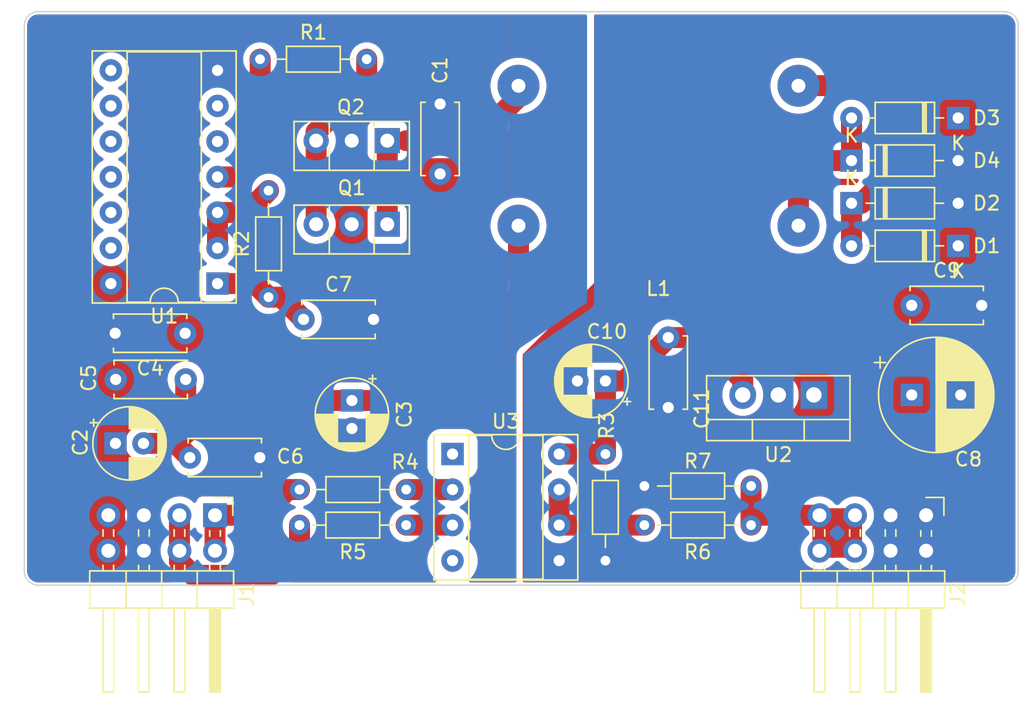
<source format=kicad_pcb>
(kicad_pcb (version 20221018) (generator pcbnew)
  (layers (0 "F.Cu" signal) (31 "B.Cu" signal) (34 "B.Paste" user) (35 "F.Paste" user) (36 "B.SilkS" user "B.Silkscreen") (37 "F.SilkS" user "F.Silkscreen") (38 "B.Mask" user) (39 "F.Mask" user) (44 "Edge.Cuts" user))
  (net 0 "")
  (net 1 "GND")
  (net 2 "15V_F")
  (net 3 "Net-(C2-Pad2)")
  (net 4 "/Ret+")
  (net 5 "/Ret-")
  (net 6 "/15V")
  (net 7 "Net-(D1-A)")
  (net 8 "Net-(D3-A)")
  (net 9 "G+")
  (net 10 "G-")
  (net 11 "Switch_Gate")
  (net 12 "Net-(C7-Pad1)")
  (net 13 "Net-(U3-A)")
  (net 14 "Net-(U3-C)")
  (net 15 "Net-(Q1-E)")
  (net 18 "Net-(Q1-B)")
  (net 19 "Oscilador")
  (net 20 "Net-(R2-Pad2)")
  (net 21 "Net-(R6-Pad2)")
  (footprint "Capacitor_THT:C_Disc_D5.0mm_W2.5mm_P5.00mm" (layer "F.Cu") (at 33.822 55.88)
    (fp_text reference "C6" (at 7.178 -0.08) (layer "F.SilkS"))
    (fp_text value "100n")
    (pad "1" thru_hole circle (at 0 0) (size 1.6 1.6) (drill 0.8) (layers "*.Cu" "*.Mask") (net 3 "Net-(C2-Pad2)"))
    (pad "2" thru_hole circle (at 5 0) (size 1.6 1.6) (drill 0.8) (layers "*.Cu" "*.Mask") (net 1 "GND"))
  )
  (footprint "Resistor_THT:R_Axial_DIN0204_L3.6mm_D1.6mm_P7.62mm_Horizontal" (layer "F.Cu") (at 63.51 63.246 90)
    (fp_text reference "R3" (at 9.646 0.09 90) (layer "F.SilkS"))
    (fp_text value "1k")
    (pad "1" thru_hole circle (at 0 0 90) (size 1.4 1.4) (drill 0.7) (layers "*.Cu" "*.Mask") (net 5 "/Ret-"))
    (pad "2" thru_hole oval (at 7.62 0 90) (size 1.4 1.4) (drill 0.7) (layers "*.Cu" "*.Mask") (net 6 "/15V"))
  )
  (footprint "Connector_PinHeader_2.54mm:PinHeader_2x04_P2.54mm_Horizontal" (layer "F.Cu") (at 35.62 60 -90)
    (fp_text reference "J1" (at 5.655 -2.27 90) (layer "F.SilkS"))
    (fp_text value "Conn_02x04_Odd_Even")
    (pad "1" thru_hole rect locked (at 0 0 270) (size 1.7 1.7) (drill 1) (layers "*.Cu" "*.Mask") (net 9 "G+"))
    (pad "2" thru_hole oval locked (at 2.54 0 270) (size 1.7 1.7) (drill 1) (layers "*.Cu" "*.Mask") (net 9 "G+"))
    (pad "3" thru_hole oval locked (at 0 2.54 270) (size 1.7 1.7) (drill 1) (layers "*.Cu" "*.Mask") (net 10 "G-"))
    (pad "4" thru_hole oval locked (at 2.54 2.54 270) (size 1.7 1.7) (drill 1) (layers "*.Cu" "*.Mask") (net 10 "G-"))
    (pad "5" thru_hole oval locked (at 0 5.08 270) (size 1.7 1.7) (drill 1) (layers "*.Cu" "*.Mask") (net 1 "GND"))
    (pad "6" thru_hole oval locked (at 2.54 5.08 270) (size 1.7 1.7) (drill 1) (layers "*.Cu" "*.Mask") (net 1 "GND"))
    (pad "7" thru_hole oval locked (at 0 7.62 270) (size 1.7 1.7) (drill 1) (layers "*.Cu" "*.Mask") (net 2 "15V_F"))
    (pad "8" thru_hole oval locked (at 2.54 7.62 270) (size 1.7 1.7) (drill 1) (layers "*.Cu" "*.Mask") (net 2 "15V_F"))
  )
  (footprint "Capacitor_THT:CP_Radial_D8.0mm_P3.50mm" (layer "F.Cu") (at 85.39 51.4)
    (fp_text reference "C8" (at 4.052651 4.6) (layer "F.SilkS"))
    (fp_text value "100u")
    (pad "1" thru_hole rect (at 0 0) (size 1.6 1.6) (drill 0.8) (layers "*.Cu" "*.Mask") (net 4 "/Ret+"))
    (pad "2" thru_hole circle (at 3.5 0) (size 1.6 1.6) (drill 0.8) (layers "*.Cu" "*.Mask") (net 5 "/Ret-"))
  )
  (footprint "Capacitor_THT:C_Disc_D5.0mm_W2.5mm_P5.00mm" (layer "F.Cu") (at 68 47.3 -90)
    (fp_text reference "C11" (at 5.094 -2.392 90) (layer "F.SilkS"))
    (fp_text value "100n")
    (pad "1" thru_hole circle (at 0 0 270) (size 1.6 1.6) (drill 0.8) (layers "*.Cu" "*.Mask") (net 6 "/15V"))
    (pad "2" thru_hole circle (at 5 0 270) (size 1.6 1.6) (drill 0.8) (layers "*.Cu" "*.Mask") (net 5 "/Ret-"))
  )
  (footprint "Resistor_THT:R_Axial_DIN0204_L3.6mm_D1.6mm_P7.62mm_Horizontal" (layer "F.Cu") (at 49.276 58.166 180)
    (fp_text reference "R4" (at 0.076 1.966) (layer "F.SilkS"))
    (fp_text value "100")
    (pad "1" thru_hole circle (at 0 0 180) (size 1.4 1.4) (drill 0.7) (layers "*.Cu" "*.Mask") (net 13 "Net-(U3-A)"))
    (pad "2" thru_hole oval (at 7.62 0 180) (size 1.4 1.4) (drill 0.7) (layers "*.Cu" "*.Mask") (net 9 "G+"))
  )
  (footprint "Capacitor_THT:C_Disc_D5.0mm_W2.5mm_P5.00mm" (layer "F.Cu") (at 85.39 45)
    (fp_text reference "C9" (at 2.5 -2.5) (layer "F.SilkS"))
    (fp_text value "100n")
    (pad "1" thru_hole circle (at 0 0) (size 1.6 1.6) (drill 0.8) (layers "*.Cu" "*.Mask") (net 4 "/Ret+"))
    (pad "2" thru_hole circle (at 5 0) (size 1.6 1.6) (drill 0.8) (layers "*.Cu" "*.Mask") (net 5 "/Ret-"))
  )
  (footprint "Capacitor_THT:C_Disc_D5.0mm_W2.5mm_P5.00mm" (layer "F.Cu") (at 51.7 35.6 90)
    (fp_text reference "C1" (at 7.4 0 90) (layer "F.SilkS"))
    (fp_text value "100n")
    (pad "1" thru_hole circle (at 0 0 90) (size 1.6 1.6) (drill 0.8) (layers "*.Cu" "*.Mask") (net 2 "15V_F"))
    (pad "2" thru_hole circle (at 5 0 90) (size 1.6 1.6) (drill 0.8) (layers "*.Cu" "*.Mask") (net 1 "GND"))
  )
  (footprint "Diode_THT:D_DO-35_SOD27_P7.62mm_Horizontal" (layer "F.Cu") (at 88.71 31.6 180)
    (fp_text reference "D3" (at -2.032 0) (layer "F.SilkS"))
    (fp_text value "1N4148")
    (fp_text user "K" (at 0 -1.8) (layer "F.SilkS"))
    (pad "1" thru_hole rect (at 0 0 180) (size 1.6 1.6) (drill 0.8) (layers "*.Cu" "*.Mask") (net 4 "/Ret+"))
    (pad "2" thru_hole oval (at 7.62 0 180) (size 1.6 1.6) (drill 0.8) (layers "*.Cu" "*.Mask") (net 8 "Net-(D3-A)"))
  )
  (footprint "Capacitor_THT:C_Disc_D5.0mm_W2.5mm_P5.00mm" (layer "F.Cu") (at 41.946 46)
    (fp_text reference "C7" (at 2.5 -2.5) (layer "F.SilkS"))
    (fp_text value "100p")
    (pad "1" thru_hole circle (at 0 0) (size 1.6 1.6) (drill 0.8) (layers "*.Cu" "*.Mask") (net 12 "Net-(C7-Pad1)"))
    (pad "2" thru_hole circle (at 5 0) (size 1.6 1.6) (drill 0.8) (layers "*.Cu" "*.Mask") (net 1 "GND"))
  )
  (footprint "Package_TO_SOT_THT:TO-126-3_Vertical" (layer "F.Cu") (at 47.926 33.225 180)
    (fp_text reference "Q2" (at 2.6 2.4) (layer "F.SilkS"))
    (fp_text value "BD136")
    (pad "1" thru_hole rect (at 0 0 180) (size 1.8 1.8) (drill 1) (layers "*.Cu" "*.Mask") (net 15 "Net-(Q1-E)"))
    (pad "2" thru_hole oval (at 2.54 0 180) (size 1.8 1.8) (drill 1) (layers "*.Cu" "*.Mask") (net 1 "GND"))
    (pad "3" thru_hole oval (at 5.08 0 180) (size 1.8 1.8) (drill 1) (layers "*.Cu" "*.Mask") (net 18 "Net-(Q1-B)"))
  )
  (footprint "Package_TO_SOT_THT:TO-220-3_Vertical" (layer "F.Cu") (at 78.4 51.4 180)
    (fp_text reference "U2" (at 2.54 -4.27) (layer "F.SilkS"))
    (fp_text value "LM7815_TO220")
    (pad "1" thru_hole rect (at 0 0 180) (size 1.905 2) (drill 1.1) (layers "*.Cu" "*.Mask") (net 4 "/Ret+"))
    (pad "2" thru_hole oval (at 2.54 0 180) (size 1.905 2) (drill 1.1) (layers "*.Cu" "*.Mask") (net 5 "/Ret-"))
    (pad "3" thru_hole oval (at 5.08 0 180) (size 1.905 2) (drill 1.1) (layers "*.Cu" "*.Mask") (net 6 "/15V"))
  )
  (footprint "Package_DIP:DIP-8_W7.62mm_Socket" (layer "F.Cu") (at 52.588 55.626)
    (fp_text reference "U3" (at 3.81 -2.33) (layer "F.SilkS"))
    (fp_text value "HCPL-3120")
    (pad "1" thru_hole rect locked (at 0 0) (size 1.6 1.6) (drill 0.8) (layers "*.Cu" "*.Mask") (clearance 1))
    (pad "2" thru_hole oval locked (at 0 2.54) (size 1.6 1.6) (drill 0.8) (layers "*.Cu" "*.Mask") (net 13 "Net-(U3-A)"))
    (pad "3" thru_hole oval locked (at 0 5.08) (size 1.6 1.6) (drill 0.8) (layers "*.Cu" "*.Mask") (net 14 "Net-(U3-C)"))
    (pad "4" thru_hole oval locked (at 0 7.62) (size 1.6 1.6) (drill 0.8) (layers "*.Cu" "*.Mask") (clearance 1))
    (pad "5" thru_hole oval locked (at 7.62 7.62) (size 1.6 1.6) (drill 0.8) (layers "*.Cu" "*.Mask") (net 5 "/Ret-"))
    (pad "6" thru_hole oval locked (at 7.62 5.08) (size 1.6 1.6) (drill 0.8) (layers "*.Cu" "*.Mask") (net 21 "Net-(R6-Pad2)"))
    (pad "7" thru_hole oval locked (at 7.62 2.54) (size 1.6 1.6) (drill 0.8) (layers "*.Cu" "*.Mask") (net 21 "Net-(R6-Pad2)"))
    (pad "8" thru_hole oval locked (at 7.62 0) (size 1.6 1.6) (drill 0.8) (layers "*.Cu" "*.Mask") (net 6 "/15V"))
  )
  (footprint "Connector_PinHeader_2.54mm:PinHeader_2x04_P2.54mm_Horizontal" (layer "F.Cu") (at 86.42 60 -90)
    (fp_text reference "J2" (at 5.655 -2.27 90) (layer "F.SilkS"))
    (fp_text value "Conn_02x04_Odd_Even")
    (pad "1" thru_hole rect locked (at 0 0 270) (size 1.7 1.7) (drill 1) (layers "*.Cu" "*.Mask") (net 5 "/Ret-"))
    (pad "2" thru_hole oval locked (at 2.54 0 270) (size 1.7 1.7) (drill 1) (layers "*.Cu" "*.Mask") (net 5 "/Ret-"))
    (pad "3" thru_hole oval locked (at 0 2.54 270) (size 1.7 1.7) (drill 1) (layers "*.Cu" "*.Mask") (net 5 "/Ret-"))
    (pad "4" thru_hole oval locked (at 2.54 2.54 270) (size 1.7 1.7) (drill 1) (layers "*.Cu" "*.Mask") (net 5 "/Ret-"))
    (pad "5" thru_hole oval locked (at 0 5.08 270) (size 1.7 1.7) (drill 1) (layers "*.Cu" "*.Mask") (net 11 "Switch_Gate"))
    (pad "6" thru_hole oval locked (at 2.54 5.08 270) (size 1.7 1.7) (drill 1) (layers "*.Cu" "*.Mask") (net 11 "Switch_Gate"))
    (pad "7" thru_hole oval locked (at 0 7.62 270) (size 1.7 1.7) (drill 1) (layers "*.Cu" "*.Mask") (net 11 "Switch_Gate"))
    (pad "8" thru_hole oval locked (at 2.54 7.62 270) (size 1.7 1.7) (drill 1) (layers "*.Cu" "*.Mask") (net 11 "Switch_Gate"))
  )
  (footprint "Diode_THT:D_DO-35_SOD27_P7.62mm_Horizontal" (layer "F.Cu") (at 88.71 40.744 180)
    (fp_text reference "D1" (at -2.032 0) (layer "F.SilkS"))
    (fp_text value "1N4148")
    (fp_text user "K" (at 0 -1.8) (layer "F.SilkS"))
    (pad "1" thru_hole rect locked (at 0 0 180) (size 1.6 1.6) (drill 0.8) (layers "*.Cu" "*.Mask") (net 4 "/Ret+"))
    (pad "2" thru_hole oval locked (at 7.62 0 180) (size 1.6 1.6) (drill 0.8) (layers "*.Cu" "*.Mask") (net 7 "Net-(D1-A)"))
  )
  (footprint "Capacitor_THT:C_Disc_D5.0mm_W2.5mm_P5.00mm" (layer "F.Cu") (at 33.488 46.99 180)
    (fp_text reference "C4" (at 2.5 -2.5) (layer "F.SilkS"))
    (fp_text value "100n")
    (pad "1" thru_hole circle (at 0 0 180) (size 1.6 1.6) (drill 0.8) (layers "*.Cu" "*.Mask") (net 2 "15V_F"))
    (pad "2" thru_hole circle (at 5 0 180) (size 1.6 1.6) (drill 0.8) (layers "*.Cu" "*.Mask") (net 1 "GND"))
  )
  (footprint "Diode_THT:D_DO-35_SOD27_P7.62mm_Horizontal" (layer "F.Cu") (at 81.09 37.696)
    (fp_text reference "D2" (at 9.652 0) (layer "F.SilkS"))
    (fp_text value "1N4148")
    (fp_text user "K" (at 0 -1.8) (layer "F.SilkS"))
    (pad "1" thru_hole rect (at 0 0) (size 1.6 1.6) (drill 0.8) (layers "*.Cu" "*.Mask") (net 7 "Net-(D1-A)"))
    (pad "2" thru_hole oval (at 7.62 0) (size 1.6 1.6) (drill 0.8) (layers "*.Cu" "*.Mask") (net 5 "/Ret-"))
  )
  (footprint "Resistor_THT:R_Axial_DIN0204_L3.6mm_D1.6mm_P7.62mm_Horizontal" (layer "F.Cu") (at 49.276 60.706 180)
    (fp_text reference "R5" (at 3.81 -1.92) (layer "F.SilkS"))
    (fp_text value "100")
    (pad "1" thru_hole circle (at 0 0 180) (size 1.4 1.4) (drill 0.7) (layers "*.Cu" "*.Mask") (net 14 "Net-(U3-C)"))
    (pad "2" thru_hole oval (at 7.62 0 180) (size 1.4 1.4) (drill 0.7) (layers "*.Cu" "*.Mask") (net 10 "G-"))
  )
  (footprint "Resistor_THT:R_Axial_DIN0204_L3.6mm_D1.6mm_P7.62mm_Horizontal" (layer "F.Cu") (at 73.914 57.912 180)
    (fp_text reference "R7" (at 3.81 1.778) (layer "F.SilkS"))
    (fp_text value "10k")
    (pad "1" thru_hole circle (at 0 0 180) (size 1.4 1.4) (drill 0.7) (layers "*.Cu" "*.Mask") (net 11 "Switch_Gate"))
    (pad "2" thru_hole oval (at 7.62 0 180) (size 1.4 1.4) (drill 0.7) (layers "*.Cu" "*.Mask") (net 5 "/Ret-"))
  )
  (footprint "Package_TO_SOT_THT:TO-126-3_Vertical" (layer "F.Cu") (at 47.926 39.2 180)
    (fp_text reference "Q1" (at 2.54 2.6) (layer "F.SilkS"))
    (fp_text value "BD135")
    (pad "1" thru_hole rect (at 0 0 180) (size 1.8 1.8) (drill 1) (layers "*.Cu" "*.Mask") (net 15 "Net-(Q1-E)"))
    (pad "2" thru_hole oval (at 2.54 0 180) (size 1.8 1.8) (drill 1) (layers "*.Cu" "*.Mask") (net 2 "15V_F"))
    (pad "3" thru_hole oval (at 5.08 0 180) (size 1.8 1.8) (drill 1) (layers "*.Cu" "*.Mask") (net 18 "Net-(Q1-B)"))
  )
  (footprint "Diode_THT:D_DO-35_SOD27_P7.62mm_Horizontal" (layer "F.Cu") (at 81.09 34.648)
    (fp_text reference "D4" (at 9.652 0) (layer "F.SilkS"))
    (fp_text value "1N4148")
    (fp_text user "K" (at 0 -1.8) (layer "F.SilkS"))
    (pad "1" thru_hole rect (at 0 0) (size 1.6 1.6) (drill 0.8) (layers "*.Cu" "*.Mask") (net 8 "Net-(D3-A)"))
    (pad "2" thru_hole oval (at 7.62 0) (size 1.6 1.6) (drill 0.8) (layers "*.Cu" "*.Mask") (net 5 "/Ret-"))
  )
  (footprint "Capacitor_THT:CP_Radial_D5.0mm_P2.00mm" (layer "F.Cu") (at 28.508888 54.864)
    (fp_text reference "C2" (at -2.508888 -0.064 90) (layer "F.SilkS"))
    (fp_text value "10u")
    (pad "1" thru_hole rect (at 0 0) (size 1.6 1.6) (drill 0.8) (layers "*.Cu" "*.Mask") (net 2 "15V_F"))
    (pad "2" thru_hole circle (at 2 0) (size 1.6 1.6) (drill 0.8) (layers "*.Cu" "*.Mask") (net 3 "Net-(C2-Pad2)"))
  )
  (footprint "Capacitor_THT:CP_Radial_D5.0mm_P2.00mm" (layer "F.Cu") (at 45.4 51.8 -90)
    (fp_text reference "C3" (at 1 -3.75 90) (layer "F.SilkS"))
    (fp_text value "10u")
    (pad "1" thru_hole rect (at 0 0 270) (size 1.6 1.6) (drill 0.8) (layers "*.Cu" "*.Mask") (net 3 "Net-(C2-Pad2)"))
    (pad "2" thru_hole circle (at 2 0 270) (size 1.6 1.6) (drill 0.8) (layers "*.Cu" "*.Mask") (net 1 "GND"))
  )
  (footprint "Capacitor_THT:C_Disc_D5.0mm_W2.5mm_P5.00mm" (layer "F.Cu") (at 28.528 50.292)
    (fp_text reference "C5" (at -1.928 -0.092 90) (layer "F.SilkS"))
    (fp_text value "100n")
    (pad "1" thru_hole circle (at 0 0) (size 1.6 1.6) (drill 0.8) (layers "*.Cu" "*.Mask") (net 2 "15V_F"))
    (pad "2" thru_hole circle (at 5 0) (size 1.6 1.6) (drill 0.8) (layers "*.Cu" "*.Mask") (net 3 "Net-(C2-Pad2)"))
  )
  (footprint "Capacitor_THT:CP_Radial_D5.0mm_P2.00mm" (layer "F.Cu") (at 63.51 50.4 180)
    (fp_text reference "C10" (at -0.11 3.53) (layer "F.SilkS"))
    (fp_text value "10u")
    (pad "1" thru_hole rect (at 0 0 180) (size 1.6 1.6) (drill 0.8) (layers "*.Cu" "*.Mask") (net 6 "/15V"))
    (pad "2" thru_hole circle (at 2 0 180) (size 1.6 1.6) (drill 0.8) (layers "*.Cu" "*.Mask") (net 5 "/Ret-"))
  )
  (footprint "Resistor_THT:R_Axial_DIN0204_L3.6mm_D1.6mm_P7.62mm_Horizontal" (layer "F.Cu") (at 38.836 27.4)
    (fp_text reference "R1" (at 3.81 -1.92) (layer "F.SilkS"))
    (fp_text value "1k")
    (pad "1" thru_hole circle (at 0 0) (size 1.4 1.4) (drill 0.7) (layers "*.Cu" "*.Mask") (net 19 "Oscilador"))
    (pad "2" thru_hole oval (at 7.62 0) (size 1.4 1.4) (drill 0.7) (layers "*.Cu" "*.Mask") (net 18 "Net-(Q1-B)"))
  )
  (footprint "Components:Inductor_Coupled" (layer "F.Cu") (at 67.3 44.3)
    (fp_text reference "L1" (at 0 -0.5 unlocked) (layer "F.SilkS"))
    (fp_text value "L_Coupled")
    (pad "1" thru_hole circle (at -10 -15) (size 3 3) (drill 1) (layers "*.Cu" "*.Mask") (net 15 "Net-(Q1-E)"))
    (pad "2" thru_hole circle (at -10 -5) (size 3 3) (drill 1) (layers "*.Cu" "*.Mask") (net 3 "Net-(C2-Pad2)"))
    (pad "3" thru_hole circle (at 10 -15) (size 3 3) (drill 1) (layers "*.Cu" "*.Mask") (net 7 "Net-(D1-A)"))
    (pad "4" thru_hole circle (at 10 -5) (size 3 3) (drill 1) (layers "*.Cu" "*.Mask") (net 8 "Net-(D3-A)"))
  )
  (footprint "Resistor_THT:R_Axial_DIN0204_L3.6mm_D1.6mm_P7.62mm_Horizontal" (layer "F.Cu") (at 73.914 60.706 180)
    (fp_text reference "R6" (at 3.81 -1.92) (layer "F.SilkS"))
    (fp_text value "10")
    (pad "1" thru_hole circle (at 0 0 180) (size 1.4 1.4) (drill 0.7) (layers "*.Cu" "*.Mask") (net 11 "Switch_Gate"))
    (pad "2" thru_hole oval (at 7.62 0 180) (size 1.4 1.4) (drill 0.7) (layers "*.Cu" "*.Mask") (net 21 "Net-(R6-Pad2)"))
  )
  (footprint "Package_DIP:DIP-14_W7.62mm_Socket" (layer "F.Cu") (at 35.8 43.439 180)
    (fp_text reference "U1" (at 3.81 -2.33) (layer "F.SilkS"))
    (fp_text value "74HC14")
    (pad "1" thru_hole rect (at 0 0 180) (size 1.6 1.6) (drill 0.8) (layers "*.Cu" "*.Mask") (net 12 "Net-(C7-Pad1)"))
    (pad "2" thru_hole oval (at 0 2.54 180) (size 1.6 1.6) (drill 0.8) (layers "*.Cu" "*.Mask") (net 20 "Net-(R2-Pad2)"))
    (pad "3" thru_hole oval (at 0 5.08 180) (size 1.6 1.6) (drill 0.8) (layers "*.Cu" "*.Mask") (net 20 "Net-(R2-Pad2)"))
    (pad "4" thru_hole oval (at 0 7.62 180) (size 1.6 1.6) (drill 0.8) (layers "*.Cu" "*.Mask") (net 19 "Oscilador"))
    (pad "5" thru_hole oval (at 0 10.16 180) (size 1.6 1.6) (drill 0.8) (layers "*.Cu" "*.Mask"))
    (pad "6" thru_hole oval (at 0 12.7 180) (size 1.6 1.6) (drill 0.8) (layers "*.Cu" "*.Mask"))
    (pad "7" thru_hole oval (at 0 15.24 180) (size 1.6 1.6) (drill 0.8) (layers "*.Cu" "*.Mask") (net 1 "GND"))
    (pad "8" thru_hole oval (at 7.62 15.24 180) (size 1.6 1.6) (drill 0.8) (layers "*.Cu" "*.Mask"))
    (pad "9" thru_hole oval (at 7.62 12.7 180) (size 1.6 1.6) (drill 0.8) (layers "*.Cu" "*.Mask"))
    (pad "10" thru_hole oval (at 7.62 10.16 180) (size 1.6 1.6) (drill 0.8) (layers "*.Cu" "*.Mask"))
    (pad "11" thru_hole oval (at 7.62 7.62 180) (size 1.6 1.6) (drill 0.8) (layers "*.Cu" "*.Mask"))
    (pad "12" thru_hole oval (at 7.62 5.08 180) (size 1.6 1.6) (drill 0.8) (layers "*.Cu" "*.Mask"))
    (pad "13" thru_hole oval (at 7.62 2.54 180) (size 1.6 1.6) (drill 0.8) (layers "*.Cu" "*.Mask"))
    (pad "14" thru_hole oval (at 7.62 0 180) (size 1.6 1.6) (drill 0.8) (layers "*.Cu" "*.Mask") (net 2 "15V_F"))
  )
  (footprint "Resistor_THT:R_Axial_DIN0204_L3.6mm_D1.6mm_P7.62mm_Horizontal" (layer "F.Cu") (at 39.446 44.41 90)
    (fp_text reference "R2" (at 3.81 -1.92 90) (layer "F.SilkS"))
    (fp_text value "51k")
    (pad "1" thru_hole circle (at 0 0 90) (size 1.4 1.4) (drill 0.7) (layers "*.Cu" "*.Mask") (net 12 "Net-(C7-Pad1)"))
    (pad "2" thru_hole oval (at 7.62 0 90) (size 1.4 1.4) (drill 0.7) (layers "*.Cu" "*.Mask") (net 20 "Net-(R2-Pad2)"))
  )
  (gr_line (start 93 64) (end 93 25) (stroke (width 0.1)) (layer "Edge.Cuts"))
  (gr_arc (start 23 65) (mid 22.292893 64.707107) (end 22 64) (stroke (width 0.1)) (layer "Edge.Cuts"))
  (gr_arc (start 92 24) (mid 92.707107 24.292893) (end 93 25) (stroke (width 0.1)) (layer "Edge.Cuts"))
  (gr_arc (start 93 64) (mid 92.707107 64.707107) (end 92 65) (stroke (width 0.1)) (layer "Edge.Cuts"))
  (gr_line (start 92 24) (end 23 24) (stroke (width 0.1)) (layer "Edge.Cuts"))
  (gr_arc (start 22 25) (mid 22.292893 24.292893) (end 23 24) (stroke (width 0.1)) (layer "Edge.Cuts"))
  (gr_line (start 22 25) (end 22 64) (stroke (width 0.1)) (layer "Edge.Cuts"))
  (gr_line (start 23 65) (end 92 65) (stroke (width 0.1)) (layer "Edge.Cuts"))
  (segment (start 43.646 48.8) (end 44.446 48) (width 1.5) (layer "F.Cu") (net 2))
  (segment (start 30.186 50.292) (end 28.528 50.292) (width 1.5) (layer "F.Cu") (net 2))
  (segment (start 28.508888 50.311112) (end 28.528 50.292) (width 1) (layer "F.Cu") (net 2))
  (segment (start 45.346 42.6) (end 45.346 39.24) (width 1.5) (layer "F.Cu") (net 2))
  (segment (start 51.7 41.4) (end 51.7 35.6) (width 1.5) (layer "F.Cu") (net 2))
  (segment (start 28 57.6) (end 28.508888 57.091112) (width 1.5) (layer "F.Cu") (net 2))
  (segment (start 38.79 46.99) (end 40.6 48.8) (width 1.5) (layer "F.Cu") (net 2))
  (segment (start 33.488 46.99) (end 30.186 50.292) (width 1.5) (layer "F.Cu") (net 2))
  (segment (start 28.18 43.439) (end 29.131 43.439) (width 1.5) (layer "F.Cu") (net 2))
  (segment (start 50.5 42.6) (end 51.7 41.4) (width 1.5) (layer "F.Cu") (net 2))
  (segment (start 44.446 45) (end 45.346 44.1) (width 1.5) (layer "F.Cu") (net 2))
  (segment (start 28.508888 57.091112) (end 28.508888 50.311112) (width 1.5) (layer "F.Cu") (net 2))
  (segment (start 29.131 43.439) (end 32.682 46.99) (width 1.5) (layer "F.Cu") (net 2))
  (segment (start 44.446 48) (end 44.446 45) (width 1.5) (layer "F.Cu") (net 2))
  (segment (start 28 60) (end 28 57.6) (width 1.5) (layer "F.Cu") (net 2))
  (segment (start 33.488 46.99) (end 38.79 46.99) (width 1.5) (layer "F.Cu") (net 2))
  (segment (start 45.346 44.1) (end 45.346 42.6) (width 1.5) (layer "F.Cu") (net 2))
  (segment (start 32.682 46.99) (end 33.488 46.99) (width 1.5) (layer "F.Cu") (net 2))
  (segment (start 45.346 42.6) (end 50.5 42.6) (width 1.5) (layer "F.Cu") (net 2))
  (segment (start 40.6 48.8) (end 43.646 48.8) (width 1.5) (layer "F.Cu") (net 2))
  (segment (start 28 62.54) (end 28 60) (width 1.5) (layer "F.Cu") (net 2))
  (segment (start 47 51.8) (end 57.3 41.5) (width 1.5) (layer "F.Cu") (net 3))
  (segment (start 32.806 54.864) (end 33.528 54.142) (width 1.5) (layer "F.Cu") (net 3))
  (segment (start 32.806 54.864) (end 33.822 55.88) (width 1.5) (layer "F.Cu") (net 3))
  (segment (start 35.87 51.8) (end 45.4 51.8) (width 1.5) (layer "F.Cu") (net 3))
  (segment (start 33.528 54.142) (end 33.528 50.292) (width 1.5) (layer "F.Cu") (net 3))
  (segment (start 30.508888 54.864) (end 32.806 54.864) (width 1.5) (layer "F.Cu") (net 3))
  (segment (start 32.806 54.864) (end 35.87 51.8) (width 1.5) (layer "F.Cu") (net 3))
  (segment (start 57.3 41.5) (end 57.3 39.3) (width 1.5) (layer "F.Cu") (net 3))
  (segment (start 45.4 51.8) (end 47 51.8) (width 1.5) (layer "F.Cu") (net 3))
  (segment (start 85.4 45.01) (end 85.39 45) (width 1.5) (layer "F.Cu") (net 4))
  (segment (start 86.944 40.744) (end 85.9 39.7) (width 1.5) (layer "F.Cu") (net 4))
  (segment (start 85.9 39.7) (end 85.9 34.41) (width 1.5) (layer "F.Cu") (net 4))
  (segment (start 88.71 42.89) (end 86.6 45) (width 1.5) (layer "F.Cu") (net 4))
  (segment (start 78.4 51.4) (end 85.39 51.4) (width 1.5) (layer "F.Cu") (net 4))
  (segment (start 85.4 51.39) (end 85.4 45.01) (width 1.5) (layer "F.Cu") (net 4))
  (segment (start 86.6 45) (end 85.39 45) (width 1.5) (layer "F.Cu") (net 4))
  (segment (start 88.71 40.744) (end 86.944 40.744) (width 1.5) (layer "F.Cu") (net 4))
  (segment (start 85.9 34.41) (end 88.71 31.6) (width 1.5) (layer "F.Cu") (net 4))
  (segment (start 85.39 51.4) (end 85.4 51.39) (width 1.5) (layer "F.Cu") (net 4))
  (segment (start 88.71 40.744) (end 88.71 42.89) (width 1.5) (layer "F.Cu") (net 4))
  (segment (start 70.3 47.3) (end 73.32 50.32) (width 1.5) (layer "F.Cu") (net 6))
  (segment (start 68 47.3) (end 70.3 47.3) (width 1.5) (layer "F.Cu") (net 6))
  (segment (start 60.208 55.626) (end 63.51 55.626) (width 1.5) (layer "F.Cu") (net 6))
  (segment (start 63.51 55.626) (end 63.51 50.4) (width 1.5) (layer "F.Cu") (net 6))
  (segment (start 73.32 50.32) (end 73.32 51.4) (width 1.5) (layer "F.Cu") (net 6))
  (segment (start 64.9 50.4) (end 68 47.3) (width 1.5) (layer "F.Cu") (net 6))
  (segment (start 63.6 50.4) (end 64.9 50.4) (width 1.5) (layer "F.Cu") (net 6))
  (segment (start 81.09 37.696) (end 81.09 40.744) (width 1.5) (layer "F.Cu") (net 7))
  (segment (start 77.3125 29.2875) (end 82.0875 29.2875) (width 1.5) (layer "F.Cu") (net 7))
  (segment (start 83.4 36.1) (end 81.804 37.696) (width 1.5) (layer "F.Cu") (net 7))
  (segment (start 83.4 30.6) (end 83.4 36.1) (width 1.5) (layer "F.Cu") (net 7))
  (segment (start 77.3 29.3) (end 77.3125 29.2875) (width 1.5) (layer "F.Cu") (net 7))
  (segment (start 81.804 37.696) (end 81.09 37.696) (width 1.5) (layer "F.Cu") (net 7))
  (segment (start 82.0875 29.2875) (end 83.4 30.6) (width 1.5) (layer "F.Cu") (net 7))
  (segment (start 78.752 34.648) (end 81.09 34.648) (width 1.5) (layer "F.Cu") (net 8))
  (segment (start 81.09 34.648) (end 81.09 31.6) (width 1.5) (layer "F.Cu") (net 8))
  (segment (start 77.3 36.1) (end 78.752 34.648) (width 1.5) (layer "F.Cu") (net 8))
  (segment (start 77.3 39.3) (end 77.3 36.1) (width 1.5) (layer "F.Cu") (net 8))
  (segment (start 39 60) (end 40.834 58.166) (width 1.5) (layer "F.Cu") (net 9))
  (segment (start 40.834 58.166) (end 41.656 58.166) (width 1.5) (layer "F.Cu") (net 9))
  (segment (start 35.62 62.54) (end 35.62 60) (width 1.5) (layer "F.Cu") (net 9))
  (segment (start 35.62 60) (end 39 60) (width 1.5) (layer "F.Cu") (net 9))
  (segment (start 39.586 64.3) (end 41.656 62.23) (width 1.5) (layer "F.Cu") (net 10))
  (segment (start 33.08 63.306) (end 34.074 64.3) (width 1.5) (layer "F.Cu") (net 10))
  (segment (start 34.074 64.3) (end 39.586 64.3) (width 1.5) (layer "F.Cu") (net 10))
  (segment (start 33.08 60) (end 33.08 62.54) (width 1.5) (layer "F.Cu") (net 10))
  (segment (start 33.08 62.54) (end 33.08 63.306) (width 1.5) (layer "F.Cu") (net 10))
  (segment (start 41.656 62.23) (end 41.656 60.706) (width 1.5) (layer "F.Cu") (net 10))
  (segment (start 78.8 62.54) (end 78.8 60) (width 1) (layer "F.Cu") (net 11))
  (segment (start 81.34 60) (end 80.384 60.956) (width 1) (layer "F.Cu") (net 11))
  (segment (start 81.34 61.468) (end 81.34 62.54) (width 1) (layer "F.Cu") (net 11))
  (segment (start 81.34 60) (end 81.34 61.468) (width 1) (layer "F.Cu") (net 11))
  (segment (start 78.8 60) (end 81.34 62.54) (width 1) (layer "F.Cu") (net 11))
  (segment (start 80.384 60.956) (end 79.756 60.956) (width 1) (layer "F.Cu") (net 11))
  (segment (start 79.756 60.956) (end 79.756 62.54) (width 1) (layer "F.Cu") (net 11))
  (segment (start 78.8 60) (end 73.914 60) (width 1.5) (layer "F.Cu") (net 11))
  (segment (start 81.34 60) (end 78.8 60) (width 1) (layer "F.Cu") (net 11))
  (segment (start 81.34 60) (end 78.8 62.54) (width 1) (layer "F.Cu") (net 11))
  (segment (start 79.756 62.54) (end 81.34 62.54) (width 1) (layer "F.Cu") (net 11))
  (segment (start 80.896 61.468) (end 81.34 61.468) (width 1) (layer "F.Cu") (net 11))
  (segment (start 78.8 60) (end 79.756 60.956) (width 1) (layer "F.Cu") (net 11))
  (segment (start 73.914 57.912) (end 73.914 60.706) (width 1.5) (layer "F.Cu") (net 11))
  (segment (start 80.384 60.956) (end 80.896 61.468) (width 1) (layer "F.Cu") (net 11))
  (segment (start 78.8 62.54) (end 79.756 62.54) (width 1) (layer "F.Cu") (net 11))
  (segment (start 41.946 46) (end 40.356 44.41) (width 1.5) (layer "F.Cu") (net 12))
  (segment (start 40.356 44.41) (end 39.446 44.41) (width 1.5) (layer "F.Cu") (net 12))
  (segment (start 38.475 43.439) (end 39.446 44.41) (width 1.5) (layer "F.Cu") (net 12))
  (segment (start 35.8 43.439) (end 38.475 43.439) (width 1.5) (layer "F.Cu") (net 12))
  (segment (start 49.276 58.166) (end 52.588 58.166) (width 1.5) (layer "F.Cu") (net 13))
  (segment (start 49.276 60.706) (end 52.588 60.706) (width 1.5) (layer "F.Cu") (net 14))
  (segment (start 57.3 30.1) (end 57.3 29.3) (width 1.5) (layer "F.Cu") (net 15))
  (segment (start 47.926 39.2) (end 47.926 33.225) (width 1.5) (layer "F.Cu") (net 15))
  (segment (start 54.175 33.225) (end 57.3 30.1) (width 1.5) (layer "F.Cu") (net 15))
  (segment (start 49.28 33.225) (end 54.175 33.225) (width 1.5) (layer "F.Cu") (net 15))
  (segment (start 46.456 28.99) (end 42.846 32.6) (width 1.5) (layer "F.Cu") (net 18))
  (segment (start 42.846 32.6) (end 42.846 39.2) (width 1.5) (layer "F.Cu") (net 18))
  (segment (start 46.456 27.4) (end 46.456 28.99) (width 1.5) (layer "F.Cu") (net 18))
  (segment (start 38.846 34.154) (end 37.181 35.819) (width 1.5) (layer "F.Cu") (net 19))
  (segment (start 38.846 27.41) (end 38.846 34.154) (width 1.5) (layer "F.Cu") (net 19))
  (segment (start 37.181 35.819) (end 35.8 35.819) (width 1.5) (layer "F.Cu") (net 19))
  (segment (start 38.836 27.4) (end 38.846 27.41) (width 1.5) (layer "F.Cu") (net 19))
  (segment (start 35.8 38.359) (end 37.877 38.359) (width 1.5) (layer "F.Cu") (net 20))
  (segment (start 35.8 40.899) (end 35.8 38.359) (width 1.5) (layer "F.Cu") (net 20))
  (segment (start 37.877 38.359) (end 39.446 36.79) (width 1.5) (layer "F.Cu") (net 20))
  (segment (start 60.208 60.706) (end 66.294 60.706) (width 1.5) (layer "F.Cu") (net 21))
  (segment (start 60.208 58.166) (end 60.208 60.706) (width 1.5) (layer "F.Cu") (net 21))
  (zone (net 4) (net_name "/Ret+") (layer "F.Cu") (name "Area") (priority 1) (connect_pads yes (clearance 0.5)) (min_thickness 0.25) (fill yes (thermal_gap 0.5) (thermal_bridge_width 0.5))
    (polygon (pts (xy 57.6 65.1) (xy 57.6 48.5) (xy 62.7 43.4) (xy 62.7 23.8) (xy 93.4 23.8) (xy 93.4 65.1)))
  )
  (zone (net 2) (net_name "15V_F") (layer "F.Cu") (name "Area") (connect_pads yes (clearance 0.5)) (min_thickness 0.25) (fill yes (thermal_gap 0.5) (thermal_bridge_width 0.5))
    (polygon (pts (xy 21.6 23.8) (xy 21.6 65.3) (xy 57.1 65.3) (xy 57.1 48.3) (xy 62.2 43.2) (xy 62.2 23.8)))
  )
  (zone (net 1) (net_name "GND") (layer "B.Cu") (name "Area") (priority 6) (connect_pads yes (clearance 0.5)) (min_thickness 0.25) (fill yes (thermal_gap 0.5) (thermal_bridge_width 0.5) (island_removal_mode 1) (island_area_min 10))
    (polygon (pts (xy 20.627311 23.167757) (xy 20.260576 65.024) (xy 57.626 65.024) (xy 57.626 23.2) (xy 39.878 23.6)))
  )
  (zone (net 5) (net_name "/Ret-") (layer "B.Cu") (priority 8) (connect_pads yes (clearance 0.5)) (min_thickness 0.5) (fill yes (thermal_gap 0.5) (thermal_bridge_width 0.5) (island_removal_mode 1) (island_area_min 10))
    (polygon (pts (xy 57.664 23.492) (xy 57.664 65.024) (xy 93.416 65.024) (xy 93.416 23.492)))
  )
  (zone (net 1) (net_name "GND") (layer "B.Cu") (name "Area") (priority 9) (connect_pads yes (clearance 0.5)) (min_thickness 0.25) (fill yes (thermal_gap 0.5) (thermal_bridge_width 0.5))
    (polygon (pts (xy 56.6 23.2) (xy 56.6 48.6) (xy 62.2 44.8) (xy 62.2 23.2)))
  )
)
</source>
